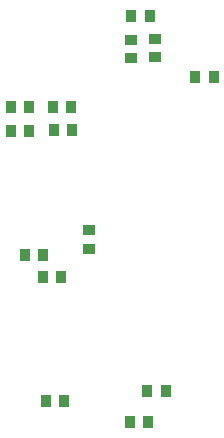
<source format=gbp>
G04*
G04 #@! TF.GenerationSoftware,Altium Limited,Altium Designer,23.5.1 (21)*
G04*
G04 Layer_Color=128*
%FSLAX44Y44*%
%MOMM*%
G71*
G04*
G04 #@! TF.SameCoordinates,3DE8B106-AB94-4B2A-A5C1-010116C31EDB*
G04*
G04*
G04 #@! TF.FilePolarity,Positive*
G04*
G01*
G75*
%ADD21R,0.9800X0.9300*%
%ADD26R,0.9300X0.9800*%
D21*
X1086866Y770382D02*
D03*
X1121918Y947166D02*
D03*
X1142148Y948018D02*
D03*
Y932618D02*
D03*
X1121918Y931766D02*
D03*
X1086866Y785782D02*
D03*
D26*
X1120996Y623824D02*
D03*
X1136396D02*
D03*
X1072040Y870712D02*
D03*
X1056640D02*
D03*
X1137826Y967232D02*
D03*
X1122426D02*
D03*
X1071626Y890524D02*
D03*
X1056226D02*
D03*
X1065690Y641350D02*
D03*
X1063150Y745998D02*
D03*
X1035812Y869950D02*
D03*
X1020412D02*
D03*
X1151382Y649478D02*
D03*
X1135982D02*
D03*
X1176622Y915416D02*
D03*
X1192022D02*
D03*
X1032002Y764794D02*
D03*
X1047402D02*
D03*
X1020318Y890524D02*
D03*
X1035718D02*
D03*
X1050290Y641350D02*
D03*
X1047750Y745998D02*
D03*
M02*

</source>
